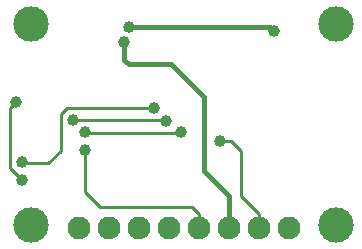
<source format=gbr>
G04 EAGLE Gerber RS-274X export*
G75*
%MOMM*%
%FSLAX34Y34*%
%LPD*%
%INTop Copper*%
%IPPOS*%
%AMOC8*
5,1,8,0,0,1.08239X$1,22.5*%
G01*
%ADD10C,3.000000*%
%ADD11C,1.930400*%
%ADD12C,0.254000*%
%ADD13C,1.008000*%
%ADD14C,0.406400*%


D10*
X30000Y30000D03*
X30000Y200800D03*
X288400Y30000D03*
X288400Y200800D03*
D11*
X71100Y27940D03*
X96500Y27940D03*
X121900Y27940D03*
X147300Y27940D03*
X172700Y27940D03*
X198100Y27940D03*
X223500Y27940D03*
X248900Y27940D03*
D12*
X157480Y109220D02*
X156210Y107950D01*
X77470Y107950D01*
X76200Y109220D01*
D13*
X157480Y109220D03*
X76200Y109220D03*
D12*
X66040Y119380D02*
X143510Y119380D01*
X144780Y118110D01*
D13*
X144780Y118110D03*
X66040Y119380D03*
D12*
X60960Y129540D02*
X134620Y129540D01*
X60960Y129540D02*
X55880Y124460D01*
X55880Y93310D01*
X45120Y82550D01*
X24130Y82550D01*
X22860Y83820D01*
D13*
X134620Y129540D03*
X22860Y83820D03*
D12*
X12700Y78740D02*
X22860Y68580D01*
X12700Y78740D02*
X12700Y129540D01*
X17780Y134620D01*
D13*
X22860Y68580D03*
X17780Y134620D03*
D12*
X76200Y58420D02*
X88900Y45720D01*
X76200Y58420D02*
X76200Y93980D01*
X88900Y45720D02*
X166370Y45720D01*
X172720Y39370D01*
X172720Y27960D01*
X172700Y27940D01*
D13*
X76200Y93980D03*
D14*
X198100Y54630D02*
X198100Y27940D01*
X198100Y54630D02*
X176530Y76200D01*
X176530Y138430D01*
X148590Y166370D01*
X113030Y166370D01*
X109220Y170180D01*
X109220Y185420D01*
D13*
X109220Y185420D03*
D14*
X113030Y198120D02*
X232410Y198120D01*
X236220Y194310D01*
D12*
X223500Y39390D02*
X223500Y27940D01*
X223500Y39390D02*
X208280Y54610D01*
X199390Y101600D02*
X190500Y101600D01*
X208280Y92710D02*
X208280Y54610D01*
X208280Y92710D02*
X199390Y101600D01*
D13*
X113030Y198120D03*
X236220Y194310D03*
X190500Y101600D03*
M02*

</source>
